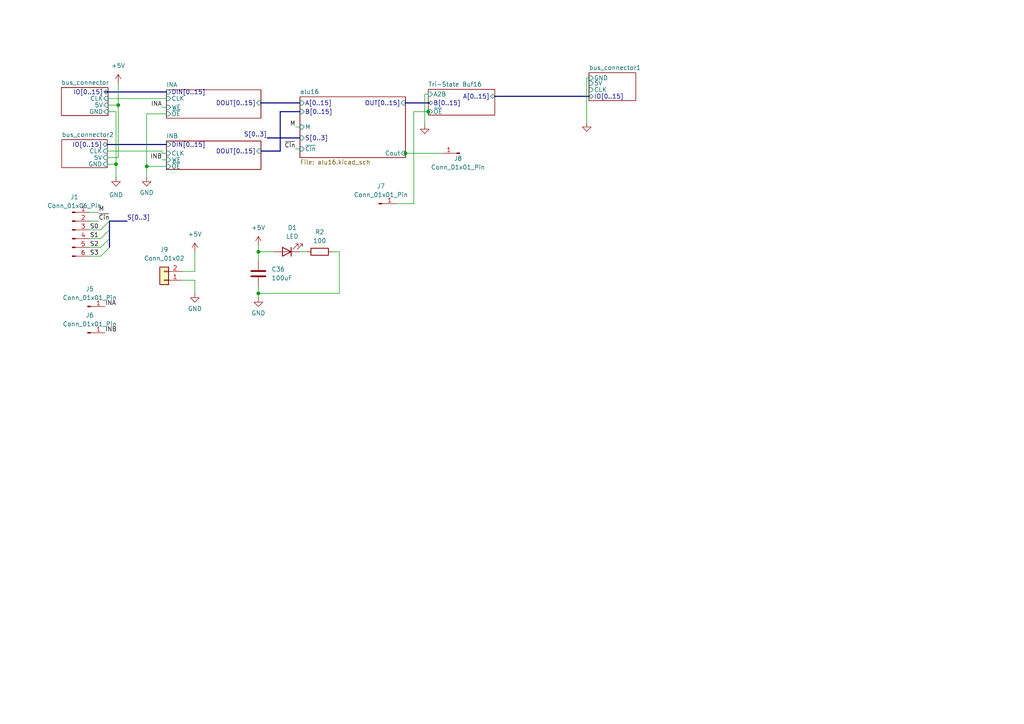
<source format=kicad_sch>
(kicad_sch (version 20250114) (generator "eeschema") (generator_version "9.0")
  (paper "A4")
  (title_block (title "AOS16 Arithmetic Logic Unit") (date "2025-06-17") (rev "V1.1"))
  (lib_symbols
    (symbol "Connector:Conn_01x01_Pin" (pin_names (offset 1.016) (hide yes))
      (property "Reference" "J" (at 0 2.54 0))
      (property "Value" "Conn_01x01_Pin" (at 0 -2.54 0))
      (symbol "Conn_01x01_Pin_1_1"
        (rectangle (start 0.8636 0.127) (end 0 -0.127) (stroke (width 0.1524)) (fill (type outline)))
        (polyline (pts (xy 1.27 0) (xy 0.8636 0)) (stroke (width 0.1524)))
        (pin passive line (at 5.08 0 180) (length 3.81) (name "Pin_1") (number "1"))
      )
    )
    (symbol "Connector:Conn_01x06_Pin" (pin_names (offset 1.016) (hide yes))
      (property "Reference" "J" (at 0 7.62 0))
      (property "Value" "Conn_01x06_Pin" (at 0 -10.16 0))
      (symbol "Conn_01x06_Pin_1_1"
        (rectangle (start 0.8636 5.207) (end 0 4.953) (stroke (width 0.1524)) (fill (type outline)))
        (rectangle (start 0.8636 2.667) (end 0 2.413) (stroke (width 0.1524)) (fill (type outline)))
        (rectangle (start 0.8636 0.127) (end 0 -0.127) (stroke (width 0.1524)) (fill (type outline)))
        (rectangle (start 0.8636 -2.413) (end 0 -2.667) (stroke (width 0.1524)) (fill (type outline)))
        (rectangle (start 0.8636 -4.953) (end 0 -5.207) (stroke (width 0.1524)) (fill (type outline)))
        (rectangle (start 0.8636 -7.493) (end 0 -7.747) (stroke (width 0.1524)) (fill (type outline)))
        (polyline (pts (xy 1.27 5.08) (xy 0.8636 5.08)) (stroke (width 0.1524)))
        (polyline (pts (xy 1.27 2.54) (xy 0.8636 2.54)) (stroke (width 0.1524)))
        (polyline (pts (xy 1.27 0) (xy 0.8636 0)) (stroke (width 0.1524)))
        (polyline (pts (xy 1.27 -2.54) (xy 0.8636 -2.54)) (stroke (width 0.1524)))
        (polyline (pts (xy 1.27 -5.08) (xy 0.8636 -5.08)) (stroke (width 0.1524)))
        (polyline (pts (xy 1.27 -7.62) (xy 0.8636 -7.62)) (stroke (width 0.1524)))
        (pin passive line (at 5.08 5.08 180) (length 3.81) (name "Pin_1") (number "1"))
        (pin passive line (at 5.08 2.54 180) (length 3.81) (name "Pin_2") (number "2"))
        (pin passive line (at 5.08 0 180) (length 3.81) (name "Pin_3") (number "3"))
        (pin passive line (at 5.08 -2.54 180) (length 3.81) (name "Pin_4") (number "4"))
        (pin passive line (at 5.08 -5.08 180) (length 3.81) (name "Pin_5") (number "5"))
        (pin passive line (at 5.08 -7.62 180) (length 3.81) (name "Pin_6") (number "6"))
      )
    )
    (symbol "Connector_Generic:Conn_01x02" (pin_names (offset 1.016) (hide yes))
      (property "Reference" "J" (at 0 2.54 0))
      (property "Value" "Conn_01x02" (at 0 -5.08 0))
      (symbol "Conn_01x02_1_1"
        (rectangle (start -1.27 1.27) (end 1.27 -3.81) (stroke (width 0.254)) (fill (type background)))
        (rectangle (start -1.27 0.127) (end 0 -0.127) (stroke (width 0.1524)))
        (rectangle (start -1.27 -2.413) (end 0 -2.667) (stroke (width 0.1524)))
        (pin passive line (at -5.08 0 0) (length 3.81) (name "Pin_1") (number "1"))
        (pin passive line (at -5.08 -2.54 0) (length 3.81) (name "Pin_2") (number "2"))
      )
    )
    (symbol "Device:C" (pin_numbers (hide yes)) (pin_names (offset 0.254))
      (property "Reference" "C" (at 0.635 2.54 0))
      (property "Value" "C" (at 0.635 -2.54 0))
      (symbol "C_0_1"
        (polyline (pts (xy -2.032 0.762) (xy 2.032 0.762)) (stroke (width 0.508)))
        (polyline (pts (xy -2.032 -0.762) (xy 2.032 -0.762)) (stroke (width 0.508)))
      )
      (symbol "C_1_1"
        (pin passive line (at 0 3.81 270) (length 2.794) (name "~") (number "1"))
        (pin passive line (at 0 -3.81 90) (length 2.794) (name "~") (number "2"))
      )
    )
    (symbol "Device:LED" (pin_numbers (hide yes)) (pin_names (offset 1.016) (hide yes))
      (property "Reference" "D" (at 0 2.54 0))
      (property "Value" "LED" (at 0 -2.54 0))
      (symbol "LED_0_1"
        (polyline (pts (xy -3.048 -0.762) (xy -4.572 -2.286) (xy -3.81 -2.286) (xy -4.572 -2.286) (xy -4.572 -1.524)))
        (polyline (pts (xy -1.778 -0.762) (xy -3.302 -2.286) (xy -2.54 -2.286) (xy -3.302 -2.286) (xy -3.302 -1.524)))
        (polyline (pts (xy -1.27 0) (xy 1.27 0)))
        (polyline (pts (xy -1.27 -1.27) (xy -1.27 1.27)) (stroke (width 0.254)))
        (polyline (pts (xy 1.27 -1.27) (xy 1.27 1.27) (xy -1.27 0) (xy 1.27 -1.27)) (stroke (width 0.254)))
      )
      (symbol "LED_1_1"
        (pin passive line (at -3.81 0 0) (length 2.54) (name "K") (number "1"))
        (pin passive line (at 3.81 0 180) (length 2.54) (name "A") (number "2"))
      )
    )
    (symbol "Device:R" (pin_numbers (hide yes)) (pin_names (offset 0))
      (property "Reference" "R" (at 2.032 0 90))
      (property "Value" "R" (at 0 0 90))
      (symbol "R_0_1"
        (rectangle (start -1.016 -2.54) (end 1.016 2.54) (stroke (width 0.254)))
      )
      (symbol "R_1_1"
        (pin passive line (at 0 3.81 270) (length 1.27) (name "~") (number "1"))
        (pin passive line (at 0 -3.81 90) (length 1.27) (name "~") (number "2"))
      )
    )
    (symbol "power:+5V" (power) (pin_numbers (hide yes)) (pin_names (offset 0) (hide yes))
      (property "Value" "+5V" (at 0 3.556 0))
      (symbol "+5V_0_1"
        (polyline (pts (xy -0.762 1.27) (xy 0 2.54)))
        (polyline (pts (xy 0 2.54) (xy 0.762 1.27)))
        (polyline (pts (xy 0 0) (xy 0 2.54)))
      )
      (symbol "+5V_1_1"
        (pin power_in line (at 0 0 90) (length 0) (name "~") (number "1"))
      )
    )
    (symbol "power:GND" (power) (pin_numbers (hide yes)) (pin_names (offset 0) (hide yes))
      (property "Value" "GND" (at 0 -3.81 0))
      (symbol "GND_0_1"
        (polyline (pts (xy 0 0) (xy 0 -1.27) (xy 1.27 -1.27) (xy 0 -2.54) (xy -1.27 -1.27) (xy 0 -1.27)))
      )
      (symbol "GND_1_1"
        (pin power_in line (at 0 0 270) (length 0) (name "~") (number "1"))
      )
    )
  )
  (junction (at 42.545 48.26))
  (junction (at 74.93 85.09))
  (junction (at 124.206 32.385))
  (junction (at 117.602 44.45))
  (junction (at 33.655 47.625))
  (junction (at 34.29 30.48))
  (junction (at 74.93 73.025))
  (bus_entry (at 31.75 66.675) (size -2.54 2.54))
  (bus_entry (at 31.75 64.135) (size -2.54 2.54))
  (bus_entry (at 31.75 69.215) (size -2.54 2.54))
  (bus_entry (at 31.75 71.755) (size -2.54 2.54))
  (wire (pts (xy 31.115 43.815) (xy 46.99 43.815)))
  (wire (pts (xy 123.19 27.305) (xy 124.206 27.305)))
  (wire (pts (xy 170.815 22.606) (xy 170.18 22.606)))
  (wire (pts (xy 42.545 48.26) (xy 48.26 48.26)))
  (wire (pts (xy 48.26 33.02) (xy 42.545 33.02)))
  (wire (pts (xy 26.035 74.295) (xy 29.21 74.295)))
  (wire (pts (xy 52.705 78.74) (xy 56.515 78.74)))
  (wire (pts (xy 120.015 32.385) (xy 124.206 32.385)))
  (wire (pts (xy 117.602 44.45) (xy 128.27 44.45)))
  (wire (pts (xy 26.035 64.135) (xy 28.575 64.135)))
  (wire (pts (xy 74.93 86.36) (xy 74.93 85.09)))
  (wire (pts (xy 46.99 46.355) (xy 48.26 46.355)))
  (wire (pts (xy 120.015 59.055) (xy 114.935 59.055)))
  (bus (pts (xy 86.995 32.385) (xy 81.28 32.385)))
  (wire (pts (xy 74.93 85.09) (xy 98.425 85.09)))
  (wire (pts (xy 98.425 73.025) (xy 98.425 85.09)))
  (wire (pts (xy 34.29 24.13) (xy 34.29 30.48)))
  (wire (pts (xy 31.369 30.48) (xy 34.29 30.48)))
  (wire (pts (xy 96.52 73.025) (xy 98.425 73.025)))
  (bus (pts (xy 31.75 71.755) (xy 31.75 69.215)))
  (bus (pts (xy 31.75 64.135) (xy 36.83 64.135)))
  (wire (pts (xy 26.035 71.755) (xy 29.21 71.755)))
  (bus (pts (xy 31.115 41.91) (xy 48.26 41.91)))
  (wire (pts (xy 170.18 22.606) (xy 170.18 35.56)))
  (wire (pts (xy 117.475 44.45) (xy 117.602 44.45)))
  (wire (pts (xy 33.655 32.385) (xy 33.655 47.625)))
  (bus (pts (xy 75.565 29.845) (xy 86.995 29.845)))
  (wire (pts (xy 31.369 28.575) (xy 48.26 28.575)))
  (bus (pts (xy 30.48 26.67) (xy 48.26 26.67)))
  (wire (pts (xy 74.93 83.185) (xy 74.93 85.09)))
  (bus (pts (xy 75.692 43.815) (xy 81.28 43.815)))
  (wire (pts (xy 85.725 43.18) (xy 86.995 43.18)))
  (bus (pts (xy 81.28 32.385) (xy 81.28 43.815)))
  (bus (pts (xy 117.475 29.845) (xy 124.587 29.845)))
  (wire (pts (xy 34.29 45.72) (xy 34.29 30.48)))
  (wire (pts (xy 74.93 75.565) (xy 74.93 73.025)))
  (wire (pts (xy 26.035 69.215) (xy 29.21 69.215)))
  (wire (pts (xy 31.369 32.385) (xy 33.655 32.385)))
  (wire (pts (xy 46.99 43.815) (xy 46.99 44.45)))
  (bus (pts (xy 143.51 27.94) (xy 170.815 27.94)))
  (wire (pts (xy 56.515 81.28) (xy 56.515 85.09)))
  (bus (pts (xy 31.75 69.215) (xy 31.75 66.675)))
  (wire (pts (xy 56.515 73.025) (xy 56.515 78.74)))
  (wire (pts (xy 74.93 73.025) (xy 74.93 71.12)))
  (wire (pts (xy 86.995 73.025) (xy 88.9 73.025)))
  (wire (pts (xy 85.725 36.83) (xy 86.995 36.83)))
  (wire (pts (xy 52.705 81.28) (xy 56.515 81.28)))
  (wire (pts (xy 120.015 32.385) (xy 120.015 59.055)))
  (wire (pts (xy 33.655 47.625) (xy 33.655 51.435)))
  (wire (pts (xy 26.035 66.675) (xy 29.21 66.675)))
  (wire (pts (xy 123.19 27.305) (xy 123.19 36.195)))
  (wire (pts (xy 46.99 44.45) (xy 48.26 44.45)))
  (bus (pts (xy 31.75 66.675) (xy 31.75 64.135)))
  (wire (pts (xy 42.545 48.26) (xy 42.545 51.435)))
  (wire (pts (xy 42.545 33.02) (xy 42.545 48.26)))
  (wire (pts (xy 124.206 32.385) (xy 124.46 32.385)))
  (wire (pts (xy 28.575 61.595) (xy 26.035 61.595)))
  (bus (pts (xy 77.47 40.005) (xy 86.995 40.005)))
  (wire (pts (xy 46.99 31.115) (xy 48.26 31.115)))
  (wire (pts (xy 31.115 45.72) (xy 34.29 45.72)))
  (wire (pts (xy 74.93 73.025) (xy 79.375 73.025)))
  (wire (pts (xy 31.115 47.625) (xy 33.655 47.625)))
  (label "~{Cin}" (at 85.725 43.18 180))
  (label "M" (at 85.725 36.83 180))
  (label "S3" (at 26.035 74.295 0))
  (label "S0" (at 26.035 66.675 0))
  (label "~{Cin}" (at 28.575 64.135 0))
  (label "INB" (at 46.99 46.355 180))
  (label "S1" (at 26.035 69.215 0))
  (label "S[0..3]" (at 36.83 64.135 0))
  (label "INA" (at 30.48 88.9 0))
  (label "INB" (at 30.48 96.52 0))
  (label "M" (at 28.575 61.595 0))
  (label "S[0..3]" (at 77.47 40.005 180))
  (label "INA" (at 46.99 31.115 180))
  (label "S2" (at 26.035 71.755 0))
  (symbol (lib_id "power:GND") (at 170.18 35.56 0) (unit 1)
    (property "Reference" "#PWR05" (effects (hide yes)))
    (property "Value" "GND" (effects (hide yes)))
    (property "Description" "Power symbol creates a global label with name \"GND\" , ground" (effects (hide yes)))
  )
  (symbol (lib_id "Device:C") (at 74.93 79.375 0) (unit 1)
    (property "Reference" "C36" (at 78.74 78.1049 0) (effects (justify left)))
    (property "Value" "100uF" (at 78.74 80.6449 0) (effects (justify left)))
    (property "Footprint" "Capacitor_SMD:CP_Elec_5x5.3" (effects (hide yes)))
    (property "Description" "Unpolarized capacitor" (effects (hide yes)))
  )
  (symbol (lib_id "Device:R") (at 92.71 73.025 90) (unit 1)
    (property "Reference" "R2" (at 92.71 67.31 90))
    (property "Value" "100" (at 92.71 69.85 90))
    (property "Footprint" "Resistor_SMD:R_0603_1608Metric" (effects (hide yes)))
    (property "Description" "Resistor" (effects (hide yes)))
  )
  (symbol (lib_id "power:+5V") (at 34.29 24.13 0) (unit 1)
    (property "Reference" "#PWR02" (effects (hide yes)))
    (property "Value" "+5V" (at 34.29 19.05 0))
    (property "Description" "Power symbol creates a global label with name \"+5V\"" (effects (hide yes)))
  )
  (symbol (lib_id "power:GND") (at 123.19 36.195 0) (unit 1)
    (property "Reference" "#PWR04" (effects (hide yes)))
    (property "Value" "GND" (effects (hide yes)))
    (property "Description" "Power symbol creates a global label with name \"GND\" , ground" (effects (hide yes)))
  )
  (symbol (lib_id "power:+5V") (at 74.93 71.12 0) (unit 1)
    (property "Reference" "#PWR08" (effects (hide yes)))
    (property "Value" "+5V" (at 74.93 66.04 0))
    (property "Description" "Power symbol creates a global label with name \"+5V\"" (effects (hide yes)))
  )
  (symbol (lib_id "power:GND") (at 33.655 51.435 0) (unit 1)
    (property "Reference" "#PWR01" (effects (hide yes)))
    (property "Value" "GND" (at 33.655 56.515 0))
    (property "Description" "Power symbol creates a global label with name \"GND\" , ground" (effects (hide yes)))
  )
  (symbol (lib_id "Connector:Conn_01x01_Pin") (at 109.855 59.055 0) (unit 1)
    (property "Reference" "J7" (at 110.49 53.975 0))
    (property "Value" "Conn_01x01_Pin" (at 110.49 56.515 0))
    (property "Footprint" "Connector_PinHeader_2.54mm:PinHeader_1x01_P2.54mm_Vertical" (effects (hide yes)))
    (property "Description" "Generic connector, single row, 01x01, script generated" (effects (hide yes)))
  )
  (symbol (lib_id "power:+5V") (at 56.515 73.025 0) (unit 1)
    (property "Reference" "#PWR042" (effects (hide yes)))
    (property "Value" "+5V" (at 56.515 67.945 0))
    (property "Description" "Power symbol creates a global label with name \"+5V\"" (effects (hide yes)))
  )
  (symbol (lib_id "Connector_Generic:Conn_01x02") (at 47.625 81.28 180) (unit 1)
    (property "Reference" "J9" (at 47.625 72.39 0))
    (property "Value" "Conn_01x02" (at 47.625 74.93 0))
    (property "Footprint" "Connector_PinHeader_2.54mm:PinHeader_1x02_P2.54mm_Vertical" (effects (hide yes)))
    (property "Description" "Generic connector, single row, 01x02, script generated (kicad-library-utils/schlib/autogen/connector/)" (effects (hide yes)))
  )
  (symbol (lib_id "power:GND") (at 74.93 86.36 0) (unit 1)
    (property "Reference" "#PWR09" (effects (hide yes)))
    (property "Value" "GND" (at 74.93 90.805 0))
    (property "Description" "Power symbol creates a global label with name \"GND\" , ground" (effects (hide yes)))
  )
  (symbol (lib_id "Connector:Conn_01x06_Pin") (at 20.955 66.675 0) (unit 1)
    (property "Reference" "J1" (at 21.59 57.15 0))
    (property "Value" "Conn_01x06_Pin" (at 21.59 59.69 0))
    (property "Footprint" "Connector_PinHeader_2.54mm:PinHeader_1x06_P2.54mm_Vertical" (effects (hide yes)))
    (property "Description" "Generic connector, single row, 01x06, script generated" (effects (hide yes)))
  )
  (symbol (lib_id "power:GND") (at 56.515 85.09 0) (unit 1)
    (property "Reference" "#PWR043" (effects (hide yes)))
    (property "Value" "GND" (at 56.515 89.535 0))
    (property "Description" "Power symbol creates a global label with name \"GND\" , ground" (effects (hide yes)))
  )
  (symbol (lib_id "Device:LED") (at 83.185 73.025 180) (unit 1)
    (property "Reference" "D1" (at 84.7725 66.04 0))
    (property "Value" "LED" (at 84.7725 68.58 0))
    (property "Footprint" "LED_SMD:LED_0603_1608Metric" (effects (hide yes)))
    (property "Description" "Light emitting diode" (effects (hide yes)))
  )
  (symbol (lib_id "power:GND") (at 42.545 51.435 0) (unit 1)
    (property "Reference" "#PWR03" (effects (hide yes)))
    (property "Value" "GND" (at 42.545 55.88 0))
    (property "Description" "Power symbol creates a global label with name \"GND\" , ground" (effects (hide yes)))
  )
  (symbol (lib_id "Connector:Conn_01x01_Pin") (at 25.4 88.9 0) (unit 1)
    (property "Reference" "J5" (at 26.035 83.82 0))
    (property "Value" "Conn_01x01_Pin" (at 26.035 86.36 0))
    (property "Footprint" "Connector_PinHeader_2.54mm:PinHeader_1x01_P2.54mm_Vertical" (effects (hide yes)))
    (property "Description" "Generic connector, single row, 01x01, script generated" (effects (hide yes)))
  )
  (symbol (lib_id "Connector:Conn_01x01_Pin") (at 133.35 44.45 180) (unit 1)
    (property "Reference" "J8" (at 132.842 45.974 0))
    (property "Value" "Conn_01x01_Pin" (at 132.842 48.514 0))
    (property "Footprint" "Connector_PinHeader_2.54mm:PinHeader_1x01_P2.54mm_Vertical" (effects (hide yes)))
    (property "Description" "Generic connector, single row, 01x01, script generated" (effects (hide yes)))
  )
  (symbol (lib_id "Connector:Conn_01x01_Pin") (at 25.4 96.52 0) (unit 1)
    (property "Reference" "J6" (at 26.035 91.44 0))
    (property "Value" "Conn_01x01_Pin" (at 26.035 93.98 0))
    (property "Footprint" "Connector_PinHeader_2.54mm:PinHeader_1x01_P2.54mm_Vertical" (effects (hide yes)))
    (property "Description" "Generic connector, single row, 01x01, script generated" (effects (hide yes)))
  )
  (sheet (at 124.206 25.908) (size 19.304 7.493) (stroke (width 0.1524))
    (property "Sheetname" "Tri-State Buf16" (at 124.206 25.1964 0) (effects (justify left bottom)))
    (property "Sheetfile" "../common/tri-state buffer16.kicad_sch" (effects (hide yes)))
    (pin "A[0..15]" bidirectional (at 143.51 27.94 0))
    (pin "~{OE}" input (at 124.206 32.385 180))
    (pin "A2B" input (at 124.206 27.305 180))
    (pin "B[0..15]" bidirectional (at 124.206 29.845 180))
  )
  (sheet (at 17.907 40.513) (size 13.208 8.128) (stroke (width 0.1524))
    (property "Sheetname" "bus_connector2" (at 17.907 39.8014 0) (effects (justify left bottom)))
    (property "Sheetfile" "../common/bus_conn.kicad_sch" (effects (hide yes)))
    (pin "5V" input (at 31.115 45.72 0))
    (pin "GND" input (at 31.115 47.625 0))
    (pin "IO[0..15]" tri_state (at 31.115 41.91 0))
    (pin "CLK" input (at 31.115 43.815 0))
  )
  (sheet (at 17.78 25.4) (size 13.589 8.128) (stroke (width 0.1524))
    (property "Sheetname" "bus_connector" (at 17.78 24.6884 0) (effects (justify left bottom)))
    (property "Sheetfile" "../common/bus_conn.kicad_sch" (effects (hide yes)))
    (pin "5V" input (at 31.369 30.48 0))
    (pin "GND" input (at 31.369 32.385 0))
    (pin "IO[0..15]" tri_state (at 31.369 26.67 0))
    (pin "CLK" input (at 31.369 28.575 0))
  )
  (sheet (at 170.815 21.082) (size 13.589 8.128) (stroke (width 0.1524))
    (property "Sheetname" "bus_connector1" (at 170.815 20.3704 0) (effects (justify left bottom)))
    (property "Sheetfile" "../common/bus_conn.kicad_sch" (effects (hide yes)))
    (pin "5V" input (at 170.815 24.13 180))
    (pin "GND" input (at 170.815 22.606 180))
    (pin "IO[0..15]" tri_state (at 170.815 27.94 180))
    (pin "CLK" input (at 170.815 26.035 180))
  )
  (sheet (at 48.26 40.894) (size 27.432 8.255) (stroke (width 0.1524))
    (property "Sheetname" "INB" (at 48.26 40.1824 0) (effects (justify left bottom)))
    (property "Sheetfile" "../common/reg16F.kicad_sch" (effects (hide yes)))
    (pin "DIN[0..15]" input (at 48.26 41.91 180))
    (pin "WE" input (at 48.26 46.355 180))
    (pin "CLK" input (at 48.26 44.45 180))
    (pin "DOUT[0..15]" input (at 75.692 43.815 0))
    (pin "~{OE}" input (at 48.26 48.26 180))
  )
  (sheet (at 86.995 28.067) (size 30.607 17.653) (stroke (width 0.1524))
    (property "Sheetname" "alu16" (at 86.995 27.3554 0) (effects (justify left bottom)))
    (property "Sheetfile" "alu16.kicad_sch" (at 86.995 46.3046 0) (effects (justify left top)))
    (pin "S[0..3]" input (at 86.995 40.005 180))
    (pin "~{Cin}" input (at 86.995 43.18 180))
    (pin "M" input (at 86.995 36.83 180))
    (pin "Cout" input (at 117.602 44.45 0))
    (pin "B[0..15]" input (at 86.995 32.385 180))
    (pin "A[0..15]" input (at 86.995 29.845 180))
    (pin "OUT[0..15]" input (at 117.602 29.845 0))
  )
  (sheet (at 48.26 26.035) (size 27.432 8.255) (stroke (width 0.1524))
    (property "Sheetname" "INA" (at 48.26 25.3234 0) (effects (justify left bottom)))
    (property "Sheetfile" "../common/reg16F.kicad_sch" (effects (hide yes)))
    (pin "DIN[0..15]" input (at 48.26 26.67 180))
    (pin "WE" input (at 48.26 31.115 180))
    (pin "CLK" input (at 48.26 28.575 180))
    (pin "~{OE}" input (at 48.26 33.02 180))
    (pin "DOUT[0..15]" input (at 75.692 29.845 0))
  )
)
</source>
